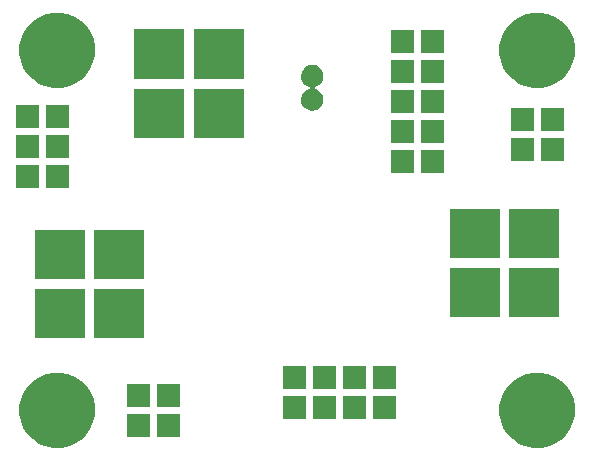
<source format=gbr>
G04 #@! TF.GenerationSoftware,KiCad,Pcbnew,(2017-02-05 revision 431abcf)-makepkg*
G04 #@! TF.CreationDate,2017-03-21T18:26:52+01:00*
G04 #@! TF.ProjectId,HBSTEP01B,4842535445503031422E6B696361645F,rev?*
G04 #@! TF.FileFunction,Soldermask,Top*
G04 #@! TF.FilePolarity,Negative*
%FSLAX46Y46*%
G04 Gerber Fmt 4.6, Leading zero omitted, Abs format (unit mm)*
G04 Created by KiCad (PCBNEW (2017-02-05 revision 431abcf)-makepkg) date 03/21/17 18:26:52*
%MOMM*%
%LPD*%
G01*
G04 APERTURE LIST*
%ADD10C,0.300000*%
G04 APERTURE END LIST*
D10*
G36*
X5416110Y8277872D02*
X6030848Y8151685D01*
X6609363Y7908500D01*
X7129631Y7557574D01*
X7571824Y7112283D01*
X7919105Y6589582D01*
X8158249Y6009378D01*
X8280004Y5394466D01*
X8280004Y5394449D01*
X8280137Y5393776D01*
X8270128Y4676993D01*
X8269977Y4676330D01*
X8269977Y4676306D01*
X8131099Y4065032D01*
X7875851Y3491739D01*
X7514107Y2978933D01*
X7059653Y2546162D01*
X6529787Y2209900D01*
X5944712Y1982964D01*
X5326688Y1873989D01*
X4699273Y1887132D01*
X4086359Y2021890D01*
X3511293Y2273129D01*
X2995980Y2631282D01*
X2560044Y3082706D01*
X2220093Y3610208D01*
X1989075Y4193693D01*
X1875790Y4810936D01*
X1884551Y5438424D01*
X2015027Y6052266D01*
X2262248Y6629075D01*
X2616795Y7146877D01*
X3065163Y7585952D01*
X3590276Y7929576D01*
X4172132Y8164661D01*
X4788571Y8282254D01*
X5416110Y8277872D01*
X5416110Y8277872D01*
G37*
G36*
X46056110Y8277872D02*
X46670848Y8151685D01*
X47249363Y7908500D01*
X47769631Y7557574D01*
X48211824Y7112283D01*
X48559105Y6589582D01*
X48798249Y6009378D01*
X48920004Y5394466D01*
X48920004Y5394449D01*
X48920137Y5393776D01*
X48910128Y4676993D01*
X48909977Y4676330D01*
X48909977Y4676306D01*
X48771099Y4065032D01*
X48515851Y3491739D01*
X48154107Y2978933D01*
X47699653Y2546162D01*
X47169787Y2209900D01*
X46584712Y1982964D01*
X45966688Y1873989D01*
X45339273Y1887132D01*
X44726359Y2021890D01*
X44151293Y2273129D01*
X43635980Y2631282D01*
X43200044Y3082706D01*
X42860093Y3610208D01*
X42629075Y4193693D01*
X42515790Y4810936D01*
X42524551Y5438424D01*
X42655027Y6052266D01*
X42902248Y6629075D01*
X43256795Y7146877D01*
X43705163Y7585952D01*
X44230276Y7929576D01*
X44812132Y8164661D01*
X45428571Y8282254D01*
X46056110Y8277872D01*
X46056110Y8277872D01*
G37*
G36*
X12900000Y2848000D02*
X10976000Y2848000D01*
X10976000Y4772000D01*
X12900000Y4772000D01*
X12900000Y2848000D01*
X12900000Y2848000D01*
G37*
G36*
X15440000Y2848000D02*
X13516000Y2848000D01*
X13516000Y4772000D01*
X15440000Y4772000D01*
X15440000Y2848000D01*
X15440000Y2848000D01*
G37*
G36*
X31188000Y4372000D02*
X29264000Y4372000D01*
X29264000Y6296000D01*
X31188000Y6296000D01*
X31188000Y4372000D01*
X31188000Y4372000D01*
G37*
G36*
X28648000Y4372000D02*
X26724000Y4372000D01*
X26724000Y6296000D01*
X28648000Y6296000D01*
X28648000Y4372000D01*
X28648000Y4372000D01*
G37*
G36*
X26108000Y4372000D02*
X24184000Y4372000D01*
X24184000Y6296000D01*
X26108000Y6296000D01*
X26108000Y4372000D01*
X26108000Y4372000D01*
G37*
G36*
X33728000Y4372000D02*
X31804000Y4372000D01*
X31804000Y6296000D01*
X33728000Y6296000D01*
X33728000Y4372000D01*
X33728000Y4372000D01*
G37*
G36*
X15440000Y5388000D02*
X13516000Y5388000D01*
X13516000Y7312000D01*
X15440000Y7312000D01*
X15440000Y5388000D01*
X15440000Y5388000D01*
G37*
G36*
X12900000Y5388000D02*
X10976000Y5388000D01*
X10976000Y7312000D01*
X12900000Y7312000D01*
X12900000Y5388000D01*
X12900000Y5388000D01*
G37*
G36*
X33728000Y6912000D02*
X31804000Y6912000D01*
X31804000Y8836000D01*
X33728000Y8836000D01*
X33728000Y6912000D01*
X33728000Y6912000D01*
G37*
G36*
X28648000Y6912000D02*
X26724000Y6912000D01*
X26724000Y8836000D01*
X28648000Y8836000D01*
X28648000Y6912000D01*
X28648000Y6912000D01*
G37*
G36*
X26108000Y6912000D02*
X24184000Y6912000D01*
X24184000Y8836000D01*
X26108000Y8836000D01*
X26108000Y6912000D01*
X26108000Y6912000D01*
G37*
G36*
X31188000Y6912000D02*
X29264000Y6912000D01*
X29264000Y8836000D01*
X31188000Y8836000D01*
X31188000Y6912000D01*
X31188000Y6912000D01*
G37*
G36*
X7439000Y11183000D02*
X3229000Y11183000D01*
X3229000Y15393000D01*
X7439000Y15393000D01*
X7439000Y11183000D01*
X7439000Y11183000D01*
G37*
G36*
X12439000Y11183000D02*
X8229000Y11183000D01*
X8229000Y15393000D01*
X12439000Y15393000D01*
X12439000Y11183000D01*
X12439000Y11183000D01*
G37*
G36*
X42571000Y12961000D02*
X38361000Y12961000D01*
X38361000Y17171000D01*
X42571000Y17171000D01*
X42571000Y12961000D01*
X42571000Y12961000D01*
G37*
G36*
X47571000Y12961000D02*
X43361000Y12961000D01*
X43361000Y17171000D01*
X47571000Y17171000D01*
X47571000Y12961000D01*
X47571000Y12961000D01*
G37*
G36*
X7439000Y16183000D02*
X3229000Y16183000D01*
X3229000Y20393000D01*
X7439000Y20393000D01*
X7439000Y16183000D01*
X7439000Y16183000D01*
G37*
G36*
X12439000Y16183000D02*
X8229000Y16183000D01*
X8229000Y20393000D01*
X12439000Y20393000D01*
X12439000Y16183000D01*
X12439000Y16183000D01*
G37*
G36*
X42571000Y17961000D02*
X38361000Y17961000D01*
X38361000Y22171000D01*
X42571000Y22171000D01*
X42571000Y17961000D01*
X42571000Y17961000D01*
G37*
G36*
X47571000Y17961000D02*
X43361000Y17961000D01*
X43361000Y22171000D01*
X47571000Y22171000D01*
X47571000Y17961000D01*
X47571000Y17961000D01*
G37*
G36*
X3502000Y23930000D02*
X1578000Y23930000D01*
X1578000Y25854000D01*
X3502000Y25854000D01*
X3502000Y23930000D01*
X3502000Y23930000D01*
G37*
G36*
X6042000Y23930000D02*
X4118000Y23930000D01*
X4118000Y25854000D01*
X6042000Y25854000D01*
X6042000Y23930000D01*
X6042000Y23930000D01*
G37*
G36*
X37792000Y25200000D02*
X35868000Y25200000D01*
X35868000Y27124000D01*
X37792000Y27124000D01*
X37792000Y25200000D01*
X37792000Y25200000D01*
G37*
G36*
X35252000Y25200000D02*
X33328000Y25200000D01*
X33328000Y27124000D01*
X35252000Y27124000D01*
X35252000Y25200000D01*
X35252000Y25200000D01*
G37*
G36*
X45412000Y26216000D02*
X43488000Y26216000D01*
X43488000Y28140000D01*
X45412000Y28140000D01*
X45412000Y26216000D01*
X45412000Y26216000D01*
G37*
G36*
X47952000Y26216000D02*
X46028000Y26216000D01*
X46028000Y28140000D01*
X47952000Y28140000D01*
X47952000Y26216000D01*
X47952000Y26216000D01*
G37*
G36*
X3502000Y26470000D02*
X1578000Y26470000D01*
X1578000Y28394000D01*
X3502000Y28394000D01*
X3502000Y26470000D01*
X3502000Y26470000D01*
G37*
G36*
X6042000Y26470000D02*
X4118000Y26470000D01*
X4118000Y28394000D01*
X6042000Y28394000D01*
X6042000Y26470000D01*
X6042000Y26470000D01*
G37*
G36*
X35252000Y27740000D02*
X33328000Y27740000D01*
X33328000Y29664000D01*
X35252000Y29664000D01*
X35252000Y27740000D01*
X35252000Y27740000D01*
G37*
G36*
X37792000Y27740000D02*
X35868000Y27740000D01*
X35868000Y29664000D01*
X37792000Y29664000D01*
X37792000Y27740000D01*
X37792000Y27740000D01*
G37*
G36*
X15821000Y28121000D02*
X11611000Y28121000D01*
X11611000Y32331000D01*
X15821000Y32331000D01*
X15821000Y28121000D01*
X15821000Y28121000D01*
G37*
G36*
X20901000Y28121000D02*
X16691000Y28121000D01*
X16691000Y32331000D01*
X20901000Y32331000D01*
X20901000Y28121000D01*
X20901000Y28121000D01*
G37*
G36*
X47952000Y28756000D02*
X46028000Y28756000D01*
X46028000Y30680000D01*
X47952000Y30680000D01*
X47952000Y28756000D01*
X47952000Y28756000D01*
G37*
G36*
X45412000Y28756000D02*
X43488000Y28756000D01*
X43488000Y30680000D01*
X45412000Y30680000D01*
X45412000Y28756000D01*
X45412000Y28756000D01*
G37*
G36*
X6042000Y29010000D02*
X4118000Y29010000D01*
X4118000Y30934000D01*
X6042000Y30934000D01*
X6042000Y29010000D01*
X6042000Y29010000D01*
G37*
G36*
X3502000Y29010000D02*
X1578000Y29010000D01*
X1578000Y30934000D01*
X3502000Y30934000D01*
X3502000Y29010000D01*
X3502000Y29010000D01*
G37*
G36*
X37792000Y30280000D02*
X35868000Y30280000D01*
X35868000Y32204000D01*
X37792000Y32204000D01*
X37792000Y30280000D01*
X37792000Y30280000D01*
G37*
G36*
X35252000Y30280000D02*
X33328000Y30280000D01*
X33328000Y32204000D01*
X35252000Y32204000D01*
X35252000Y30280000D01*
X35252000Y30280000D01*
G37*
G36*
X26768776Y34325547D02*
X26949436Y34288463D01*
X27119447Y34216997D01*
X27272345Y34113866D01*
X27402295Y33983006D01*
X27504355Y33829392D01*
X27574633Y33658886D01*
X27610318Y33478665D01*
X27610318Y33478640D01*
X27610450Y33477972D01*
X27607509Y33267325D01*
X27607357Y33266657D01*
X27607357Y33266638D01*
X27566655Y33087486D01*
X27491640Y32919001D01*
X27385332Y32768299D01*
X27251778Y32641118D01*
X27096063Y32542298D01*
X26931587Y32478501D01*
X26914093Y32469655D01*
X26898661Y32457565D01*
X26885884Y32442698D01*
X26876254Y32425623D01*
X26870139Y32406997D01*
X26867776Y32387537D01*
X26869254Y32367989D01*
X26874518Y32349106D01*
X26883364Y32331612D01*
X26895454Y32316180D01*
X26910321Y32303403D01*
X26927396Y32293773D01*
X26947644Y32287311D01*
X26949435Y32286943D01*
X27119447Y32215477D01*
X27272345Y32112346D01*
X27402295Y31981486D01*
X27504355Y31827872D01*
X27574633Y31657366D01*
X27610318Y31477145D01*
X27610318Y31477120D01*
X27610450Y31476452D01*
X27607509Y31265805D01*
X27607357Y31265137D01*
X27607357Y31265118D01*
X27566655Y31085966D01*
X27491640Y30917481D01*
X27385332Y30766779D01*
X27251778Y30639598D01*
X27096063Y30540778D01*
X26924122Y30474086D01*
X26742495Y30442060D01*
X26558112Y30445923D01*
X26377989Y30485526D01*
X26208990Y30559360D01*
X26057551Y30664612D01*
X25929438Y30797277D01*
X25829533Y30952300D01*
X25761642Y31123774D01*
X25728350Y31305169D01*
X25730924Y31489571D01*
X25769270Y31669969D01*
X25841922Y31839482D01*
X25946116Y31991652D01*
X26077882Y32120687D01*
X26232200Y32221670D01*
X26409409Y32293268D01*
X26426778Y32302358D01*
X26442039Y32314661D01*
X26454607Y32329706D01*
X26463999Y32346913D01*
X26469853Y32365622D01*
X26471944Y32385114D01*
X26470193Y32404639D01*
X26464666Y32423447D01*
X26455576Y32440816D01*
X26443273Y32456077D01*
X26428228Y32468645D01*
X26411021Y32478037D01*
X26393420Y32483654D01*
X26377986Y32487047D01*
X26208990Y32560880D01*
X26057551Y32666132D01*
X25929438Y32798797D01*
X25829533Y32953820D01*
X25761642Y33125294D01*
X25728350Y33306689D01*
X25730924Y33491091D01*
X25769270Y33671489D01*
X25841922Y33841002D01*
X25946116Y33993172D01*
X26077882Y34122207D01*
X26232200Y34223190D01*
X26403195Y34292277D01*
X26584355Y34326835D01*
X26768776Y34325547D01*
X26768776Y34325547D01*
G37*
G36*
X5416110Y38757872D02*
X6030848Y38631685D01*
X6609363Y38388500D01*
X7129631Y38037574D01*
X7571824Y37592283D01*
X7919105Y37069582D01*
X8158249Y36489378D01*
X8280004Y35874466D01*
X8280004Y35874449D01*
X8280137Y35873776D01*
X8270128Y35156993D01*
X8269977Y35156330D01*
X8269977Y35156306D01*
X8131099Y34545032D01*
X7875851Y33971739D01*
X7514107Y33458933D01*
X7059653Y33026162D01*
X6529787Y32689900D01*
X5944712Y32462964D01*
X5326688Y32353989D01*
X4699273Y32367132D01*
X4086359Y32501890D01*
X3511293Y32753129D01*
X2995980Y33111282D01*
X2560044Y33562706D01*
X2220093Y34090208D01*
X1989075Y34673693D01*
X1875790Y35290936D01*
X1884551Y35918424D01*
X2015027Y36532266D01*
X2262248Y37109075D01*
X2616795Y37626877D01*
X3065163Y38065952D01*
X3590276Y38409576D01*
X4172132Y38644661D01*
X4788571Y38762254D01*
X5416110Y38757872D01*
X5416110Y38757872D01*
G37*
G36*
X46056110Y38757872D02*
X46670848Y38631685D01*
X47249363Y38388500D01*
X47769631Y38037574D01*
X48211824Y37592283D01*
X48559105Y37069582D01*
X48798249Y36489378D01*
X48920004Y35874466D01*
X48920004Y35874449D01*
X48920137Y35873776D01*
X48910128Y35156993D01*
X48909977Y35156330D01*
X48909977Y35156306D01*
X48771099Y34545032D01*
X48515851Y33971739D01*
X48154107Y33458933D01*
X47699653Y33026162D01*
X47169787Y32689900D01*
X46584712Y32462964D01*
X45966688Y32353989D01*
X45339273Y32367132D01*
X44726359Y32501890D01*
X44151293Y32753129D01*
X43635980Y33111282D01*
X43200044Y33562706D01*
X42860093Y34090208D01*
X42629075Y34673693D01*
X42515790Y35290936D01*
X42524551Y35918424D01*
X42655027Y36532266D01*
X42902248Y37109075D01*
X43256795Y37626877D01*
X43705163Y38065952D01*
X44230276Y38409576D01*
X44812132Y38644661D01*
X45428571Y38762254D01*
X46056110Y38757872D01*
X46056110Y38757872D01*
G37*
G36*
X35252000Y32820000D02*
X33328000Y32820000D01*
X33328000Y34744000D01*
X35252000Y34744000D01*
X35252000Y32820000D01*
X35252000Y32820000D01*
G37*
G36*
X37792000Y32820000D02*
X35868000Y32820000D01*
X35868000Y34744000D01*
X37792000Y34744000D01*
X37792000Y32820000D01*
X37792000Y32820000D01*
G37*
G36*
X20901000Y33121000D02*
X16691000Y33121000D01*
X16691000Y37331000D01*
X20901000Y37331000D01*
X20901000Y33121000D01*
X20901000Y33121000D01*
G37*
G36*
X15821000Y33121000D02*
X11611000Y33121000D01*
X11611000Y37331000D01*
X15821000Y37331000D01*
X15821000Y33121000D01*
X15821000Y33121000D01*
G37*
G36*
X37792000Y35360000D02*
X35868000Y35360000D01*
X35868000Y37284000D01*
X37792000Y37284000D01*
X37792000Y35360000D01*
X37792000Y35360000D01*
G37*
G36*
X35252000Y35360000D02*
X33328000Y35360000D01*
X33328000Y37284000D01*
X35252000Y37284000D01*
X35252000Y35360000D01*
X35252000Y35360000D01*
G37*
M02*

</source>
